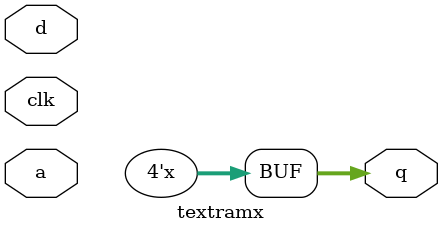
<source format=v>
module textramx(clk, d, a, q);
	input clk;
	input [3:0] d;
	input [1:0] a;
	output [3:0] q;
	reg [3:0] ram[3:0];	
	reg [3:0] q;
	always @(d or a) begin
		q <= ram[a];
		ram[a] <= d;
	end
endmodule
</source>
